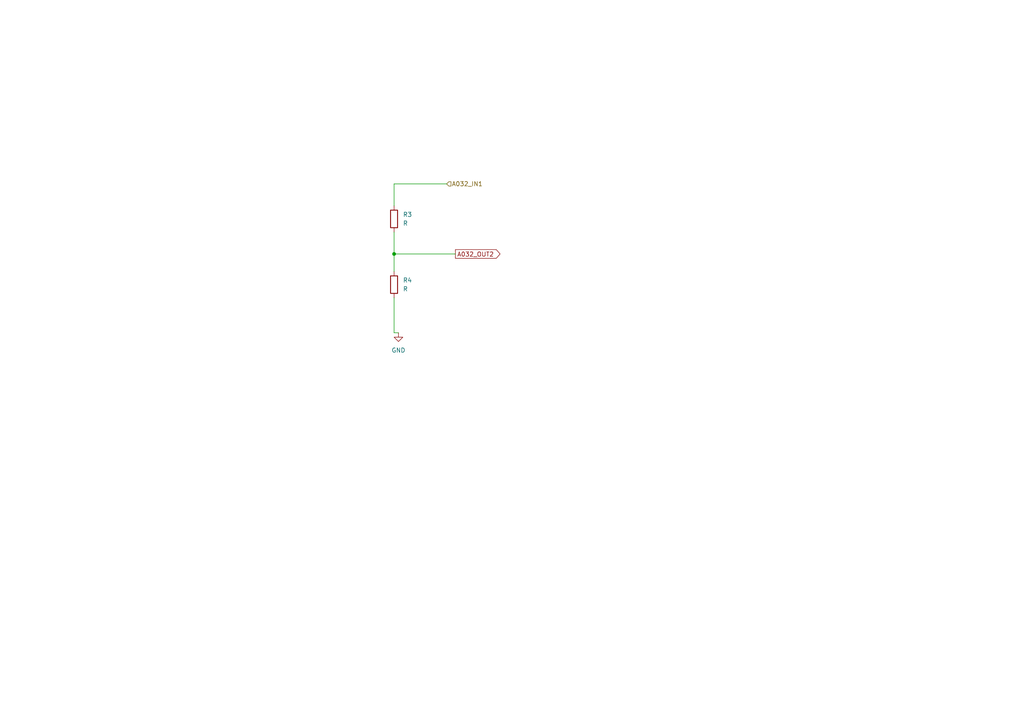
<source format=kicad_sch>
(kicad_sch
	(version 20250114)
	(generator "eeschema")
	(generator_version "9.0")
	(uuid "0a489cf9-70c5-43b8-b0a6-cf19d3d72af3")
	(paper "A4")
	(lib_symbols
		(symbol "Device:R"
			(pin_numbers
				(hide yes)
			)
			(pin_names
				(offset 0)
			)
			(exclude_from_sim no)
			(in_bom yes)
			(on_board yes)
			(property "Reference" "R"
				(at 2.032 0 90)
				(effects
					(font
						(size 1.27 1.27)
					)
				)
			)
			(property "Value" "R"
				(at 0 0 90)
				(effects
					(font
						(size 1.27 1.27)
					)
				)
			)
			(property "Footprint" ""
				(at -1.778 0 90)
				(effects
					(font
						(size 1.27 1.27)
					)
					(hide yes)
				)
			)
			(property "Datasheet" "~"
				(at 0 0 0)
				(effects
					(font
						(size 1.27 1.27)
					)
					(hide yes)
				)
			)
			(property "Description" "Resistor"
				(at 0 0 0)
				(effects
					(font
						(size 1.27 1.27)
					)
					(hide yes)
				)
			)
			(property "ki_keywords" "R res resistor"
				(at 0 0 0)
				(effects
					(font
						(size 1.27 1.27)
					)
					(hide yes)
				)
			)
			(property "ki_fp_filters" "R_*"
				(at 0 0 0)
				(effects
					(font
						(size 1.27 1.27)
					)
					(hide yes)
				)
			)
			(symbol "R_0_1"
				(rectangle
					(start -1.016 -2.54)
					(end 1.016 2.54)
					(stroke
						(width 0.254)
						(type default)
					)
					(fill
						(type none)
					)
				)
			)
			(symbol "R_1_1"
				(pin passive line
					(at 0 3.81 270)
					(length 1.27)
					(name "~"
						(effects
							(font
								(size 1.27 1.27)
							)
						)
					)
					(number "1"
						(effects
							(font
								(size 1.27 1.27)
							)
						)
					)
				)
				(pin passive line
					(at 0 -3.81 90)
					(length 1.27)
					(name "~"
						(effects
							(font
								(size 1.27 1.27)
							)
						)
					)
					(number "2"
						(effects
							(font
								(size 1.27 1.27)
							)
						)
					)
				)
			)
			(embedded_fonts no)
		)
		(symbol "power:GND"
			(power)
			(pin_numbers
				(hide yes)
			)
			(pin_names
				(offset 0)
				(hide yes)
			)
			(exclude_from_sim no)
			(in_bom yes)
			(on_board yes)
			(property "Reference" "#PWR"
				(at 0 -6.35 0)
				(effects
					(font
						(size 1.27 1.27)
					)
					(hide yes)
				)
			)
			(property "Value" "GND"
				(at 0 -3.81 0)
				(effects
					(font
						(size 1.27 1.27)
					)
				)
			)
			(property "Footprint" ""
				(at 0 0 0)
				(effects
					(font
						(size 1.27 1.27)
					)
					(hide yes)
				)
			)
			(property "Datasheet" ""
				(at 0 0 0)
				(effects
					(font
						(size 1.27 1.27)
					)
					(hide yes)
				)
			)
			(property "Description" "Power symbol creates a global label with name \"GND\" , ground"
				(at 0 0 0)
				(effects
					(font
						(size 1.27 1.27)
					)
					(hide yes)
				)
			)
			(property "ki_keywords" "global power"
				(at 0 0 0)
				(effects
					(font
						(size 1.27 1.27)
					)
					(hide yes)
				)
			)
			(symbol "GND_0_1"
				(polyline
					(pts
						(xy 0 0) (xy 0 -1.27) (xy 1.27 -1.27) (xy 0 -2.54) (xy -1.27 -1.27) (xy 0 -1.27)
					)
					(stroke
						(width 0)
						(type default)
					)
					(fill
						(type none)
					)
				)
			)
			(symbol "GND_1_1"
				(pin power_in line
					(at 0 0 270)
					(length 0)
					(name "~"
						(effects
							(font
								(size 1.27 1.27)
							)
						)
					)
					(number "1"
						(effects
							(font
								(size 1.27 1.27)
							)
						)
					)
				)
			)
			(embedded_fonts no)
		)
	)
	(junction
		(at 114.3 73.66)
		(diameter 0)
		(color 0 0 0 0)
		(uuid "77808b31-34bc-4c6e-8b6d-57655445a082")
	)
	(wire
		(pts
			(xy 114.3 73.66) (xy 114.3 78.74)
		)
		(stroke
			(width 0)
			(type default)
		)
		(uuid "0ea04ed6-c1ff-43dd-ae6a-8a963e70e41b")
	)
	(wire
		(pts
			(xy 114.3 96.52) (xy 115.57 96.52)
		)
		(stroke
			(width 0)
			(type default)
		)
		(uuid "511d992e-6955-4f3a-ab71-41e979d81f2f")
	)
	(wire
		(pts
			(xy 129.54 53.34) (xy 114.3 53.34)
		)
		(stroke
			(width 0)
			(type default)
		)
		(uuid "6392e07d-0293-464c-b379-27b88ff84185")
	)
	(wire
		(pts
			(xy 114.3 86.36) (xy 114.3 96.52)
		)
		(stroke
			(width 0)
			(type default)
		)
		(uuid "750ca0df-64fb-4513-9218-beecab45b66c")
	)
	(wire
		(pts
			(xy 114.3 67.31) (xy 114.3 73.66)
		)
		(stroke
			(width 0)
			(type default)
		)
		(uuid "7daad9c0-ce29-41cd-a14f-55b2fdbf707d")
	)
	(wire
		(pts
			(xy 114.3 73.66) (xy 132.08 73.66)
		)
		(stroke
			(width 0)
			(type default)
		)
		(uuid "9110fd40-f91f-4846-9db7-274fb555b9ca")
	)
	(wire
		(pts
			(xy 114.3 53.34) (xy 114.3 59.69)
		)
		(stroke
			(width 0)
			(type default)
		)
		(uuid "ba44b645-7e15-450f-9e72-6ce2af8f1d20")
	)
	(global_label "A032_OUT2"
		(shape output)
		(at 132.08 73.66 0)
		(fields_autoplaced yes)
		(effects
			(font
				(size 1.27 1.27)
			)
			(justify left)
		)
		(uuid "fdbd8f40-8201-4d38-b0b6-10d70a58fed3")
		(property "Intersheetrefs" "${INTERSHEET_REFS}"
			(at 145.588 73.66 0)
			(show_name yes)
			(effects
				(font
					(size 1.27 1.27)
				)
				(justify left)
				(hide yes)
			)
		)
	)
	(hierarchical_label "A032_IN1"
		(shape input)
		(at 129.54 53.34 0)
		(effects
			(font
				(size 1.27 1.27)
			)
			(justify left)
		)
		(uuid "a78433c4-e0e0-4cae-8e30-41e2e7ecdecd")
	)
	(symbol
		(lib_id "Device:R")
		(at 114.3 82.55 0)
		(unit 1)
		(exclude_from_sim no)
		(in_bom yes)
		(on_board yes)
		(dnp no)
		(fields_autoplaced yes)
		(uuid "00254ea9-ae83-4a7e-904e-3c38641ae880")
		(property "Reference" "R4"
			(at 116.84 81.2799 0)
			(effects
				(font
					(size 1.27 1.27)
				)
				(justify left)
			)
		)
		(property "Value" "R"
			(at 116.84 83.8199 0)
			(effects
				(font
					(size 1.27 1.27)
				)
				(justify left)
			)
		)
		(property "Footprint" ""
			(at 112.522 82.55 90)
			(effects
				(font
					(size 1.27 1.27)
				)
				(hide yes)
			)
		)
		(property "Datasheet" "~"
			(at 114.3 82.55 0)
			(effects
				(font
					(size 1.27 1.27)
				)
				(hide yes)
			)
		)
		(property "Description" "Resistor"
			(at 114.3 82.55 0)
			(effects
				(font
					(size 1.27 1.27)
				)
				(hide yes)
			)
		)
		(pin "2"
			(uuid "a93be48c-53f1-4a3f-a0d2-cf23a8289ec7")
		)
		(pin "1"
			(uuid "4ee7536a-ea83-40bb-a39d-0bc88a9c439e")
		)
		(instances
			(project "NIVARA PROJECT"
				(path "/dc6fb271-dfd0-4448-98f1-862b1cc93a80/2ca62569-d560-4cca-9470-52fd378086ae/3a825e63-2cdd-45bc-a380-f2ba861edb10"
					(reference "R4")
					(unit 1)
				)
			)
		)
	)
	(symbol
		(lib_id "power:GND")
		(at 115.57 96.52 0)
		(unit 1)
		(exclude_from_sim no)
		(in_bom yes)
		(on_board yes)
		(dnp no)
		(fields_autoplaced yes)
		(uuid "86d6a043-c8f3-4a36-a05c-1076efa5c337")
		(property "Reference" "#PWR014"
			(at 115.57 102.87 0)
			(effects
				(font
					(size 1.27 1.27)
				)
				(hide yes)
			)
		)
		(property "Value" "GND"
			(at 115.57 101.6 0)
			(effects
				(font
					(size 1.27 1.27)
				)
			)
		)
		(property "Footprint" ""
			(at 115.57 96.52 0)
			(effects
				(font
					(size 1.27 1.27)
				)
				(hide yes)
			)
		)
		(property "Datasheet" ""
			(at 115.57 96.52 0)
			(effects
				(font
					(size 1.27 1.27)
				)
				(hide yes)
			)
		)
		(property "Description" "Power symbol creates a global label with name \"GND\" , ground"
			(at 115.57 96.52 0)
			(effects
				(font
					(size 1.27 1.27)
				)
				(hide yes)
			)
		)
		(pin "1"
			(uuid "7bc47b8a-7283-43c9-9bb1-35ec938a7de0")
		)
		(instances
			(project ""
				(path "/dc6fb271-dfd0-4448-98f1-862b1cc93a80/2ca62569-d560-4cca-9470-52fd378086ae/3a825e63-2cdd-45bc-a380-f2ba861edb10"
					(reference "#PWR014")
					(unit 1)
				)
			)
		)
	)
	(symbol
		(lib_id "Device:R")
		(at 114.3 63.5 0)
		(unit 1)
		(exclude_from_sim no)
		(in_bom yes)
		(on_board yes)
		(dnp no)
		(fields_autoplaced yes)
		(uuid "d1d1ab8d-c93d-4fa7-ae91-f8614f354aec")
		(property "Reference" "R3"
			(at 116.84 62.2299 0)
			(effects
				(font
					(size 1.27 1.27)
				)
				(justify left)
			)
		)
		(property "Value" "R"
			(at 116.84 64.7699 0)
			(effects
				(font
					(size 1.27 1.27)
				)
				(justify left)
			)
		)
		(property "Footprint" ""
			(at 112.522 63.5 90)
			(effects
				(font
					(size 1.27 1.27)
				)
				(hide yes)
			)
		)
		(property "Datasheet" "~"
			(at 114.3 63.5 0)
			(effects
				(font
					(size 1.27 1.27)
				)
				(hide yes)
			)
		)
		(property "Description" "Resistor"
			(at 114.3 63.5 0)
			(effects
				(font
					(size 1.27 1.27)
				)
				(hide yes)
			)
		)
		(pin "2"
			(uuid "645b5d9c-c118-46a5-8322-a682c6bf77ae")
		)
		(pin "1"
			(uuid "e15626e2-127a-4ded-9fef-3e19f714c603")
		)
		(instances
			(project ""
				(path "/dc6fb271-dfd0-4448-98f1-862b1cc93a80/2ca62569-d560-4cca-9470-52fd378086ae/3a825e63-2cdd-45bc-a380-f2ba861edb10"
					(reference "R3")
					(unit 1)
				)
			)
		)
	)
)

</source>
